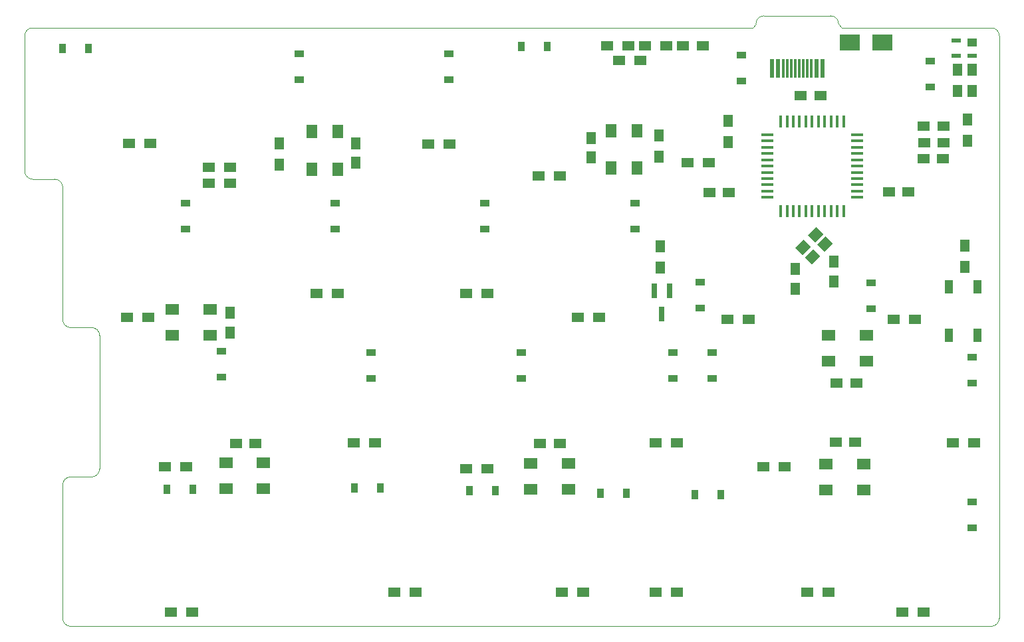
<source format=gbr>
G04 #@! TF.GenerationSoftware,KiCad,Pcbnew,(6.0.0-rc1-dev-1291-g61b749f0b)*
G04 #@! TF.CreationDate,2018-12-05T20:39:08+02:00
G04 #@! TF.ProjectId,TS48_right,54533438-5f72-4696-9768-742e6b696361,rev?*
G04 #@! TF.SameCoordinates,Original*
G04 #@! TF.FileFunction,Paste,Bot*
G04 #@! TF.FilePolarity,Positive*
%FSLAX46Y46*%
G04 Gerber Fmt 4.6, Leading zero omitted, Abs format (unit mm)*
G04 Created by KiCad (PCBNEW (6.0.0-rc1-dev-1291-g61b749f0b)) date 12/5/2018 8:39:08 PM*
%MOMM*%
%LPD*%
G01*
G04 APERTURE LIST*
%ADD10C,0.100000*%
%ADD11R,0.800000X1.900000*%
%ADD12R,1.500000X1.250000*%
%ADD13R,1.250000X1.500000*%
%ADD14R,0.900000X1.200000*%
%ADD15R,1.200000X0.900000*%
%ADD16R,2.650000X2.030000*%
%ADD17R,1.400000X1.800000*%
%ADD18R,1.800000X1.400000*%
%ADD19R,1.300000X1.500000*%
%ADD20R,1.500000X1.300000*%
%ADD21R,0.406400X1.524000*%
%ADD22R,1.524000X0.406400*%
%ADD23R,1.200000X1.000000*%
%ADD24R,1.200000X0.600000*%
%ADD25R,0.300000X2.450000*%
%ADD26R,0.600000X2.450000*%
%ADD27C,1.300000*%
%ADD28R,1.100000X1.800000*%
G04 APERTURE END LIST*
D10*
X183769000Y-67945000D02*
X92075000Y-67945000D01*
X195072000Y-67945000D02*
X214122000Y-67945000D01*
X184150000Y-67437000D02*
X183769000Y-67945000D01*
X194691000Y-67437000D02*
X195072000Y-67945000D01*
X215138000Y-143256000D02*
X215138000Y-68961000D01*
X96901000Y-144272000D02*
X214122000Y-144272000D01*
X95885000Y-126238000D02*
X95885000Y-143256000D01*
X99568000Y-125222000D02*
X96901000Y-125222000D01*
X100584000Y-107188000D02*
X100584000Y-124206000D01*
X96901000Y-106172000D02*
X99568000Y-106172000D01*
X95885000Y-88265000D02*
X95885000Y-105156000D01*
X92075000Y-87249000D02*
X94869000Y-87249000D01*
X91059000Y-68961000D02*
X91059000Y-86233000D01*
X193675000Y-66421000D02*
X185166000Y-66421000D01*
X193673731Y-66419731D02*
G75*
G02X194691000Y-67437000I0J-1017269D01*
G01*
X184148731Y-67438269D02*
G75*
G02X185166000Y-66421000I1017269J0D01*
G01*
X91059000Y-68961000D02*
G75*
G02X92076269Y-67943731I1017269J0D01*
G01*
X92075000Y-87249000D02*
G75*
G02X91057731Y-86231731I0J1017269D01*
G01*
X94869000Y-87249000D02*
G75*
G02X95886269Y-88266269I0J-1017269D01*
G01*
X96901000Y-106172000D02*
G75*
G02X95883731Y-105154731I0J1017269D01*
G01*
X99568000Y-106172000D02*
G75*
G02X100585269Y-107189269I0J-1017269D01*
G01*
X100584000Y-124206000D02*
G75*
G02X99566731Y-125223269I-1017269J0D01*
G01*
X95883731Y-126239269D02*
G75*
G02X96901000Y-125222000I1017269J0D01*
G01*
X96901000Y-144272000D02*
G75*
G02X95883731Y-143254731I0J1017269D01*
G01*
X215138000Y-143256000D02*
G75*
G02X214120731Y-144273269I-1017269J0D01*
G01*
X214122000Y-67945000D02*
G75*
G02X215139269Y-68962269I0J-1017269D01*
G01*
D11*
G04 #@! TO.C,Q1*
X172173900Y-104484300D03*
X173123900Y-101484300D03*
X171223900Y-101484300D03*
G04 #@! TD*
D12*
G04 #@! TO.C,C1*
X208006000Y-80518000D03*
X205506000Y-80518000D03*
G04 #@! TD*
G04 #@! TO.C,C2*
X189859600Y-76591160D03*
X192359600Y-76591160D03*
G04 #@! TD*
G04 #@! TO.C,C3*
X178221000Y-88925400D03*
X180721000Y-88925400D03*
G04 #@! TD*
G04 #@! TO.C,C4*
X205556800Y-82626200D03*
X208056800Y-82626200D03*
G04 #@! TD*
G04 #@! TO.C,C5*
X203561000Y-88900000D03*
X201061000Y-88900000D03*
G04 #@! TD*
G04 #@! TO.C,C6*
X207980600Y-84658200D03*
X205480600Y-84658200D03*
G04 #@! TD*
G04 #@! TO.C,C7*
X177379000Y-70231000D03*
X174879000Y-70231000D03*
G04 #@! TD*
D13*
G04 #@! TO.C,C9*
X163169600Y-81986120D03*
X163169600Y-84486120D03*
G04 #@! TD*
G04 #@! TO.C,C10*
X133167120Y-82666840D03*
X133167120Y-85166840D03*
G04 #@! TD*
G04 #@! TO.C,C11*
X117221000Y-104287000D03*
X117221000Y-106787000D03*
G04 #@! TD*
D12*
G04 #@! TO.C,C12*
X120446800Y-120970040D03*
X117946800Y-120970040D03*
G04 #@! TD*
G04 #@! TO.C,C13*
X156666560Y-120929400D03*
X159166560Y-120929400D03*
G04 #@! TD*
G04 #@! TO.C,C14*
X196794120Y-120787160D03*
X194294120Y-120787160D03*
G04 #@! TD*
G04 #@! TO.C,C15*
X194451600Y-113217960D03*
X196951600Y-113217960D03*
G04 #@! TD*
D14*
G04 #@! TO.C,D1*
X95886000Y-70612000D03*
X99186000Y-70612000D03*
G04 #@! TD*
D15*
G04 #@! TO.C,D2*
X125984000Y-71248000D03*
X125984000Y-74548000D03*
G04 #@! TD*
G04 #@! TO.C,D3*
X145034000Y-74548000D03*
X145034000Y-71248000D03*
G04 #@! TD*
D14*
G04 #@! TO.C,D4*
X157606000Y-70358000D03*
X154306000Y-70358000D03*
G04 #@! TD*
D15*
G04 #@! TO.C,D5*
X182305960Y-74761360D03*
X182305960Y-71461360D03*
G04 #@! TD*
G04 #@! TO.C,D6*
X206349600Y-75462400D03*
X206349600Y-72162400D03*
G04 #@! TD*
G04 #@! TO.C,D7*
X111506000Y-93598000D03*
X111506000Y-90298000D03*
G04 #@! TD*
G04 #@! TO.C,D8*
X130556000Y-93598000D03*
X130556000Y-90298000D03*
G04 #@! TD*
G04 #@! TO.C,D9*
X149656800Y-90298000D03*
X149656800Y-93598000D03*
G04 #@! TD*
G04 #@! TO.C,D10*
X168783000Y-93598000D03*
X168783000Y-90298000D03*
G04 #@! TD*
G04 #@! TO.C,D11*
X177083720Y-100417360D03*
X177083720Y-103717360D03*
G04 #@! TD*
G04 #@! TO.C,D12*
X198831200Y-103758000D03*
X198831200Y-100458000D03*
G04 #@! TD*
G04 #@! TO.C,D13*
X116078000Y-112521000D03*
X116078000Y-109221000D03*
G04 #@! TD*
G04 #@! TO.C,D14*
X135128000Y-109348000D03*
X135128000Y-112648000D03*
G04 #@! TD*
G04 #@! TO.C,D15*
X154305000Y-112648000D03*
X154305000Y-109348000D03*
G04 #@! TD*
G04 #@! TO.C,D16*
X173609000Y-109348000D03*
X173609000Y-112648000D03*
G04 #@! TD*
G04 #@! TO.C,D17*
X178562000Y-109348000D03*
X178562000Y-112648000D03*
G04 #@! TD*
G04 #@! TO.C,D18*
X211709000Y-109983000D03*
X211709000Y-113283000D03*
G04 #@! TD*
D14*
G04 #@! TO.C,D19*
X109162580Y-126758700D03*
X112462580Y-126758700D03*
G04 #@! TD*
G04 #@! TO.C,D20*
X133056360Y-126593600D03*
X136356360Y-126593600D03*
G04 #@! TD*
G04 #@! TO.C,D21*
X147717240Y-126946660D03*
X151017240Y-126946660D03*
G04 #@! TD*
G04 #@! TO.C,D22*
X167637460Y-127269240D03*
X164337460Y-127269240D03*
G04 #@! TD*
G04 #@! TO.C,D23*
X176378600Y-127439420D03*
X179678600Y-127439420D03*
G04 #@! TD*
D15*
G04 #@! TO.C,D24*
X211709000Y-131698000D03*
X211709000Y-128398000D03*
G04 #@! TD*
D16*
G04 #@! TO.C,F1*
X196080800Y-69799200D03*
X200260800Y-69799200D03*
G04 #@! TD*
D17*
G04 #@! TO.C,LED1*
X165736000Y-81039000D03*
X169036000Y-81039000D03*
X169036000Y-85839000D03*
X165736000Y-85839000D03*
G04 #@! TD*
G04 #@! TO.C,LED2*
X130936000Y-81166000D03*
X127636000Y-81166000D03*
X127636000Y-85966000D03*
X130936000Y-85966000D03*
G04 #@! TD*
D18*
G04 #@! TO.C,LED3*
X114668000Y-103887000D03*
X114668000Y-107187000D03*
X109868000Y-107187000D03*
X109868000Y-103887000D03*
G04 #@! TD*
G04 #@! TO.C,LED4*
X121467280Y-126703360D03*
X121467280Y-123403360D03*
X116667280Y-123403360D03*
X116667280Y-126703360D03*
G04 #@! TD*
G04 #@! TO.C,LED5*
X160266080Y-123465320D03*
X160266080Y-126765320D03*
X155466080Y-126765320D03*
X155466080Y-123465320D03*
G04 #@! TD*
G04 #@! TO.C,LED6*
X193085720Y-123571000D03*
X193085720Y-126871000D03*
X197885720Y-126871000D03*
X197885720Y-123571000D03*
G04 #@! TD*
G04 #@! TO.C,LED7*
X198234000Y-107189000D03*
X198234000Y-110489000D03*
X193434000Y-110489000D03*
X193434000Y-107189000D03*
G04 #@! TD*
D19*
G04 #@! TO.C,NPNR1*
X172008800Y-98492300D03*
X172008800Y-95792300D03*
G04 #@! TD*
G04 #@! TO.C,R1*
X210784440Y-95712280D03*
X210784440Y-98412280D03*
G04 #@! TD*
G04 #@! TO.C,R2*
X180629560Y-82523320D03*
X180629560Y-79823320D03*
G04 #@! TD*
D20*
G04 #@! TO.C,R3*
X114499400Y-85699600D03*
X117199400Y-85699600D03*
G04 #@! TD*
G04 #@! TO.C,R4*
X114521000Y-87757000D03*
X117221000Y-87757000D03*
G04 #@! TD*
G04 #@! TO.C,R5*
X107014000Y-82677000D03*
X104314000Y-82677000D03*
G04 #@! TD*
D19*
G04 #@! TO.C,R6*
X123444000Y-82724000D03*
X123444000Y-85424000D03*
G04 #@! TD*
D20*
G04 #@! TO.C,R7*
X142414000Y-82804000D03*
X145114000Y-82804000D03*
G04 #@! TD*
G04 #@! TO.C,R8*
X156485600Y-86868000D03*
X159185600Y-86868000D03*
G04 #@! TD*
G04 #@! TO.C,R9*
X175464480Y-85120480D03*
X178164480Y-85120480D03*
G04 #@! TD*
D19*
G04 #@! TO.C,R10*
X211074000Y-82376000D03*
X211074000Y-79676000D03*
G04 #@! TD*
D20*
G04 #@! TO.C,R11*
X106760000Y-104902000D03*
X104060000Y-104902000D03*
G04 #@! TD*
G04 #@! TO.C,R12*
X130890000Y-101854000D03*
X128190000Y-101854000D03*
G04 #@! TD*
G04 #@! TO.C,R13*
X149940000Y-101854000D03*
X147240000Y-101854000D03*
G04 #@! TD*
G04 #@! TO.C,R14*
X164164000Y-104902000D03*
X161464000Y-104902000D03*
G04 #@! TD*
G04 #@! TO.C,R15*
X183214000Y-105156000D03*
X180514000Y-105156000D03*
G04 #@! TD*
G04 #@! TO.C,R16*
X204376000Y-105156000D03*
X201676000Y-105156000D03*
G04 #@! TD*
G04 #@! TO.C,R17*
X108886000Y-123952000D03*
X111586000Y-123952000D03*
G04 #@! TD*
G04 #@! TO.C,R18*
X135636000Y-120904000D03*
X132936000Y-120904000D03*
G04 #@! TD*
G04 #@! TO.C,R19*
X147240000Y-124206000D03*
X149940000Y-124206000D03*
G04 #@! TD*
G04 #@! TO.C,R20*
X171370000Y-120904000D03*
X174070000Y-120904000D03*
G04 #@! TD*
G04 #@! TO.C,R21*
X185086000Y-123952000D03*
X187786000Y-123952000D03*
G04 #@! TD*
G04 #@! TO.C,R22*
X211916000Y-120904000D03*
X209216000Y-120904000D03*
G04 #@! TD*
G04 #@! TO.C,R23*
X112348000Y-142494000D03*
X109648000Y-142494000D03*
G04 #@! TD*
G04 #@! TO.C,R24*
X138096000Y-139954000D03*
X140796000Y-139954000D03*
G04 #@! TD*
G04 #@! TO.C,R25*
X159432000Y-139954000D03*
X162132000Y-139954000D03*
G04 #@! TD*
G04 #@! TO.C,R26*
X174070000Y-139954000D03*
X171370000Y-139954000D03*
G04 #@! TD*
G04 #@! TO.C,R27*
X193374000Y-139954000D03*
X190674000Y-139954000D03*
G04 #@! TD*
G04 #@! TO.C,R28*
X202786000Y-142494000D03*
X205486000Y-142494000D03*
G04 #@! TD*
D19*
G04 #@! TO.C,RGBR1*
X171843700Y-84369900D03*
X171843700Y-81669900D03*
G04 #@! TD*
D21*
G04 #@! TO.C,U1*
X191312800Y-79857600D03*
X192112900Y-79857600D03*
X192913000Y-79857600D03*
X193713100Y-79857600D03*
X194513200Y-79857600D03*
X195313300Y-79857600D03*
X190512700Y-79857600D03*
X189712600Y-79857600D03*
X188912500Y-79857600D03*
X188112400Y-79857600D03*
X187312300Y-79857600D03*
X191312800Y-91287600D03*
X192112900Y-91287600D03*
X192913000Y-91287600D03*
X193713100Y-91287600D03*
X194513200Y-91287600D03*
X195313300Y-91287600D03*
X190512700Y-91287600D03*
X189712600Y-91287600D03*
X188912500Y-91287600D03*
X188112400Y-91287600D03*
X187312300Y-91287600D03*
D22*
X197027800Y-85572600D03*
X185597800Y-85572600D03*
X197027800Y-86372700D03*
X185597800Y-86372700D03*
X185597800Y-87172800D03*
X197027800Y-87172800D03*
X197027800Y-87972900D03*
X185597800Y-87972900D03*
X185597800Y-88773000D03*
X197027800Y-88773000D03*
X197027800Y-89573100D03*
X185597800Y-89573100D03*
X185597800Y-84772500D03*
X197027800Y-84772500D03*
X197027800Y-83972400D03*
X185597800Y-83972400D03*
X185597800Y-83172300D03*
X197027800Y-83172300D03*
X197027800Y-82372200D03*
X185597800Y-82372200D03*
X185597800Y-81572100D03*
X197027800Y-81572100D03*
G04 #@! TD*
D23*
G04 #@! TO.C,U2*
X211654900Y-69793420D03*
D24*
X211654900Y-71493420D03*
X209654900Y-71493420D03*
X209654900Y-69593420D03*
G04 #@! TD*
D19*
G04 #@! TO.C,UR1*
X209804000Y-75979000D03*
X209804000Y-73279000D03*
G04 #@! TD*
G04 #@! TO.C,UR2*
X211709000Y-73326000D03*
X211709000Y-76026000D03*
G04 #@! TD*
D20*
G04 #@! TO.C,UR3*
X166751000Y-72136000D03*
X169451000Y-72136000D03*
G04 #@! TD*
G04 #@! TO.C,UR4*
X167894000Y-70231000D03*
X165194000Y-70231000D03*
G04 #@! TD*
G04 #@! TO.C,UR5*
X172753000Y-70231000D03*
X170053000Y-70231000D03*
G04 #@! TD*
D25*
G04 #@! TO.C,USB1*
X189170500Y-73162980D03*
X189670500Y-73162980D03*
X190170500Y-73162980D03*
X188670500Y-73162980D03*
X190670500Y-73162980D03*
X188170500Y-73162980D03*
X191170500Y-73162980D03*
X187670500Y-73162980D03*
D26*
X186970500Y-73162980D03*
X191870500Y-73162980D03*
X186195500Y-73162980D03*
X192645500Y-73162980D03*
G04 #@! TD*
D13*
G04 #@! TO.C,XC1*
X189204600Y-98724400D03*
X189204600Y-101224400D03*
G04 #@! TD*
G04 #@! TO.C,XC2*
X194056000Y-100284600D03*
X194056000Y-97784600D03*
G04 #@! TD*
D27*
G04 #@! TO.C,Y1*
X192981014Y-95520468D03*
D10*
G36*
X192910303Y-96510417D02*
X191991065Y-95591179D01*
X193051725Y-94530519D01*
X193970963Y-95449757D01*
X192910303Y-96510417D01*
X192910303Y-96510417D01*
G37*
D27*
X191354668Y-97146814D03*
D10*
G36*
X191283957Y-98136763D02*
X190364719Y-97217525D01*
X191425379Y-96156865D01*
X192344617Y-97076103D01*
X191283957Y-98136763D01*
X191283957Y-98136763D01*
G37*
D27*
X191778932Y-94318386D03*
D10*
G36*
X191708221Y-95308335D02*
X190788983Y-94389097D01*
X191849643Y-93328437D01*
X192768881Y-94247675D01*
X191708221Y-95308335D01*
X191708221Y-95308335D01*
G37*
D27*
X190152586Y-95944732D03*
D10*
G36*
X190081875Y-96934681D02*
X189162637Y-96015443D01*
X190223297Y-94954783D01*
X191142535Y-95874021D01*
X190081875Y-96934681D01*
X190081875Y-96934681D01*
G37*
G04 #@! TD*
D28*
G04 #@! TO.C,SW1*
X208690600Y-100989200D03*
X208690600Y-107189200D03*
X212390600Y-100989200D03*
X212390600Y-107189200D03*
G04 #@! TD*
M02*

</source>
